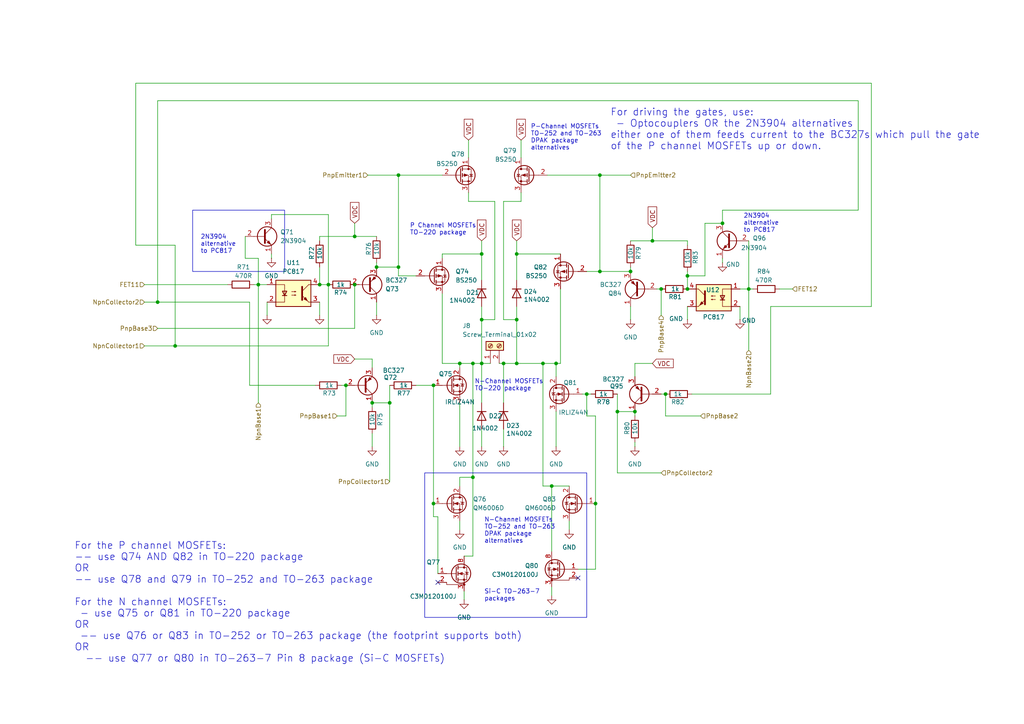
<source format=kicad_sch>
(kicad_sch (version 20250114) (generator "eeschema") (generator_version "9.0")
  (paper "A4")
  (lib_symbols
    (symbol "Connector:Screw_Terminal_01x02" (pin_names (offset 1.016) (hide yes))
      (property "Reference" "J" (at 0 2.54 0))
      (property "Value" "Screw_Terminal_01x02" (at 0 -5.08 0))
      (symbol "Screw_Terminal_01x02_1_1"
        (rectangle (start -1.27 1.27) (end 1.27 -3.81) (stroke (width 0.254)) (fill (type background)))
        (polyline (pts (xy -0.5334 0.3302) (xy 0.3302 -0.508)) (stroke (width 0.1524)))
        (polyline (pts (xy -0.5334 -2.2098) (xy 0.3302 -3.048)) (stroke (width 0.1524)))
        (polyline (pts (xy -0.3556 0.508) (xy 0.508 -0.3302)) (stroke (width 0.1524)))
        (polyline (pts (xy -0.3556 -2.032) (xy 0.508 -2.8702)) (stroke (width 0.1524)))
        (circle (center 0 0) (radius 0.635) (stroke (width 0.1524)))
        (circle (center 0 -2.54) (radius 0.635) (stroke (width 0.1524)))
        (pin passive line (at -5.08 0 0) (length 3.81) (name "Pin_1") (number "1"))
        (pin passive line (at -5.08 -2.54 0) (length 3.81) (name "Pin_2") (number "2"))
      )
    )
    (symbol "Device:R" (pin_numbers (hide yes)) (pin_names (offset 0))
      (property "Reference" "R" (at 2.032 0 90))
      (property "Value" "R" (at 0 0 90))
      (symbol "R_0_1"
        (rectangle (start -1.016 -2.54) (end 1.016 2.54) (stroke (width 0.254)))
      )
      (symbol "R_1_1"
        (pin passive line (at 0 3.81 270) (length 1.27) (name "~") (number "1"))
        (pin passive line (at 0 -3.81 90) (length 1.27) (name "~") (number "2"))
      )
    )
    (symbol "Diode:1N4002" (pin_numbers (hide yes)) (pin_names (hide yes))
      (property "Reference" "D" (at 0 2.54 0))
      (property "Value" "1N4002" (at 0 -2.54 0))
      (symbol "1N4002_0_1"
        (polyline (pts (xy -1.27 1.27) (xy -1.27 -1.27)) (stroke (width 0.254)))
        (polyline (pts (xy 1.27 1.27) (xy 1.27 -1.27) (xy -1.27 0) (xy 1.27 1.27)) (stroke (width 0.254)))
        (polyline (pts (xy 1.27 0) (xy -1.27 0)))
      )
      (symbol "1N4002_1_1"
        (pin passive line (at -3.81 0 0) (length 2.54) (name "K") (number "1"))
        (pin passive line (at 3.81 0 180) (length 2.54) (name "A") (number "2"))
      )
    )
    (symbol "Isolator:PC817" (pin_names (offset 1.016))
      (property "Reference" "U" (at -5.08 5.08 0))
      (property "Value" "PC817" (at 0 5.08 0))
      (symbol "PC817_0_1"
        (rectangle (start -5.08 3.81) (end 5.08 -3.81) (stroke (width 0.254)) (fill (type background)))
        (polyline (pts (xy -5.08 2.54) (xy -2.54 2.54) (xy -2.54 -0.635)))
        (polyline (pts (xy -3.175 -0.635) (xy -1.905 -0.635)) (stroke (width 0.254)))
        (polyline (pts (xy -2.54 -0.635) (xy -2.54 -2.54) (xy -5.08 -2.54)))
        (polyline (pts (xy -2.54 -0.635) (xy -3.175 0.635) (xy -1.905 0.635) (xy -2.54 -0.635)) (stroke (width 0.254)))
        (polyline (pts (xy -0.508 0.508) (xy 0.762 0.508) (xy 0.381 0.381) (xy 0.381 0.635) (xy 0.762 0.508)))
        (polyline (pts (xy -0.508 -0.508) (xy 0.762 -0.508) (xy 0.381 -0.635) (xy 0.381 -0.381) (xy 0.762 -0.508)))
        (polyline (pts (xy 2.54 1.905) (xy 2.54 -1.905) (xy 2.54 -1.905)) (stroke (width 0.508)))
        (polyline (pts (xy 2.54 0.635) (xy 4.445 2.54)))
        (polyline (pts (xy 3.048 -1.651) (xy 3.556 -1.143) (xy 4.064 -2.159) (xy 3.048 -1.651) (xy 3.048 -1.651)) (fill (type outline)))
        (polyline (pts (xy 4.445 2.54) (xy 5.08 2.54)))
        (polyline (pts (xy 4.445 -2.54) (xy 2.54 -0.635)) (fill (type outline)))
        (polyline (pts (xy 4.445 -2.54) (xy 5.08 -2.54)))
      )
      (symbol "PC817_1_1"
        (pin passive line (at -7.62 2.54 0) (length 2.54) (name "~") (number "1"))
        (pin passive line (at -7.62 -2.54 0) (length 2.54) (name "~") (number "2"))
        (pin passive line (at 7.62 2.54 180) (length 2.54) (name "~") (number "4"))
        (pin passive line (at 7.62 -2.54 180) (length 2.54) (name "~") (number "3"))
      )
    )
    (symbol "Transistor_BJT:2N3904" (pin_names (offset 0) (hide yes))
      (property "Reference" "Q" (at 5.08 1.905 0))
      (property "Value" "2N3904" (at 5.08 0 0))
      (symbol "2N3904_0_1"
        (polyline (pts (xy -2.54 0) (xy 0.635 0)))
        (polyline (pts (xy 0.635 1.905) (xy 0.635 -1.905)) (stroke (width 0.508)))
        (circle (center 1.27 0) (radius 2.8194) (stroke (width 0.254)))
      )
      (symbol "2N3904_1_1"
        (polyline (pts (xy 0.635 0.635) (xy 2.54 2.54)))
        (polyline (pts (xy 0.635 -0.635) (xy 2.54 -2.54)))
        (polyline (pts (xy 1.27 -1.778) (xy 1.778 -1.27) (xy 2.286 -2.286) (xy 1.27 -1.778)) (fill (type outline)))
        (pin input line (at -5.08 0 0) (length 2.54) (name "B") (number "2"))
        (pin passive line (at 2.54 5.08 270) (length 2.54) (name "C") (number "3"))
        (pin passive line (at 2.54 -5.08 90) (length 2.54) (name "E") (number "1"))
      )
    )
    (symbol "Transistor_BJT:BC327" (pin_names (offset 0) (hide yes))
      (property "Reference" "Q" (at 5.08 1.905 0))
      (property "Value" "BC327" (at 5.08 0 0))
      (symbol "BC327_0_1"
        (polyline (pts (xy -2.54 0) (xy 0.635 0)))
        (polyline (pts (xy 0.635 1.905) (xy 0.635 -1.905)) (stroke (width 0.508)))
        (polyline (pts (xy 0.635 0.635) (xy 2.54 2.54)))
        (polyline (pts (xy 0.635 -0.635) (xy 2.54 -2.54)))
        (circle (center 1.27 0) (radius 2.8194) (stroke (width 0.254)))
        (polyline (pts (xy 2.286 -1.778) (xy 1.778 -2.286) (xy 1.27 -1.27) (xy 2.286 -1.778)) (fill (type outline)))
      )
      (symbol "BC327_1_1"
        (pin input line (at -5.08 0 0) (length 2.54) (name "B") (number "2"))
        (pin passive line (at 2.54 5.08 270) (length 2.54) (name "C") (number "1"))
        (pin passive line (at 2.54 -5.08 90) (length 2.54) (name "E") (number "3"))
      )
    )
    (symbol "Transistor_FET:BS250" (pin_names (hide yes))
      (property "Reference" "Q" (at 5.08 1.905 0))
      (property "Value" "BS250" (at 5.08 0 0))
      (symbol "BS250_0_1"
        (polyline (pts (xy 0.254 1.905) (xy 0.254 -1.905)) (stroke (width 0.254)))
        (polyline (pts (xy 0.254 0) (xy -2.54 0)))
        (polyline (pts (xy 0.762 2.286) (xy 0.762 1.27)) (stroke (width 0.254)))
        (polyline (pts (xy 0.762 1.778) (xy 3.302 1.778) (xy 3.302 -1.778) (xy 0.762 -1.778)))
        (polyline (pts (xy 0.762 0.508) (xy 0.762 -0.508)) (stroke (width 0.254)))
        (polyline (pts (xy 0.762 -1.27) (xy 0.762 -2.286)) (stroke (width 0.254)))
        (circle (center 1.651 0) (radius 2.794) (stroke (width 0.254)))
        (polyline (pts (xy 2.286 0) (xy 1.27 0.381) (xy 1.27 -0.381) (xy 2.286 0)) (fill (type outline)))
        (polyline (pts (xy 2.54 2.54) (xy 2.54 1.778)))
        (circle (center 2.54 1.778) (radius 0.254) (fill (type outline)))
        (circle (center 2.54 -1.778) (radius 0.254) (fill (type outline)))
        (polyline (pts (xy 2.54 -2.54) (xy 2.54 0) (xy 0.762 0)))
        (polyline (pts (xy 2.794 -0.508) (xy 2.921 -0.381) (xy 3.683 -0.381) (xy 3.81 -0.254)))
        (polyline (pts (xy 3.302 -0.381) (xy 2.921 0.254) (xy 3.683 0.254) (xy 3.302 -0.381)))
      )
      (symbol "BS250_1_1"
        (pin input line (at -5.08 0 0) (length 2.54) (name "G") (number "2"))
        (pin passive line (at 2.54 5.08 270) (length 2.54) (name "D") (number "1"))
        (pin passive line (at 2.54 -5.08 90) (length 2.54) (name "S") (number "3"))
      )
    )
    (symbol "Transistor_FET:C3M0120100J" (pin_names (hide yes))
      (property "Reference" "Q" (at 5.08 1.905 0))
      (property "Value" "C3M0120100J" (at 5.08 0 0))
      (symbol "C3M0120100J_0_1"
        (polyline (pts (xy -2.54 -2.54) (xy -2.54 -3.175) (xy 2.54 -3.175)))
        (polyline (pts (xy 0.254 1.905) (xy 0.254 -1.905)) (stroke (width 0.254)))
        (polyline (pts (xy 0.254 0) (xy -2.54 0)))
        (polyline (pts (xy 0.762 2.286) (xy 0.762 1.27)) (stroke (width 0.254)))
        (polyline (pts (xy 0.762 0.508) (xy 0.762 -0.508)) (stroke (width 0.254)))
        (polyline (pts (xy 0.762 -1.27) (xy 0.762 -2.286)) (stroke (width 0.254)))
        (polyline (pts (xy 0.762 -1.778) (xy 3.302 -1.778) (xy 3.302 1.778) (xy 0.762 1.778)))
        (polyline (pts (xy 1.016 0) (xy 2.032 0.381) (xy 2.032 -0.381) (xy 1.016 0)) (fill (type outline)))
        (circle (center 1.651 0) (radius 2.794) (stroke (width 0.254)))
        (polyline (pts (xy 2.54 2.54) (xy 2.54 1.778)))
        (circle (center 2.54 1.778) (radius 0.254) (fill (type outline)))
        (circle (center 2.54 -1.778) (radius 0.254) (fill (type outline)))
        (polyline (pts (xy 2.54 -2.54) (xy 2.54 0) (xy 0.762 0)))
        (circle (center 2.54 -3.175) (radius 0.2794) (fill (type outline)))
        (polyline (pts (xy 2.794 0.508) (xy 2.921 0.381) (xy 3.683 0.381) (xy 3.81 0.254)))
        (polyline (pts (xy 3.302 0.381) (xy 2.921 -0.254) (xy 3.683 -0.254) (xy 3.302 0.381)))
      )
      (symbol "C3M0120100J_1_1"
        (pin input line (at -5.08 0 0) (length 2.54) (name "G") (number "1"))
        (pin passive line (at -5.08 -2.54 0) (length 2.54) (name "DS") (number "2"))
        (pin passive line (at 2.54 5.08 270) (length 2.54) (name "D") (number "8"))
        (pin passive line (at 2.54 -5.08 90) (length 2.54) (name "S") (number "3"))
        (pin passive line (at 2.54 -5.08 90) (length 2.54) (hide yes) (name "S") (number "4"))
        (pin passive line (at 2.54 -5.08 90) (length 2.54) (hide yes) (name "S") (number "5"))
        (pin passive line (at 2.54 -5.08 90) (length 2.54) (hide yes) (name "S") (number "6"))
        (pin passive line (at 2.54 -5.08 90) (length 2.54) (hide yes) (name "S") (number "7"))
      )
    )
    (symbol "Transistor_FET:IRLIZ44N" (pin_names (hide yes))
      (property "Reference" "Q" (at 5.08 1.905 0))
      (property "Value" "IRLIZ44N" (at 5.08 0 0))
      (symbol "IRLIZ44N_0_1"
        (polyline (pts (xy 0.254 1.905) (xy 0.254 -1.905)) (stroke (width 0.254)))
        (polyline (pts (xy 0.254 0) (xy -2.54 0)))
        (polyline (pts (xy 0.762 2.286) (xy 0.762 1.27)) (stroke (width 0.254)))
        (polyline (pts (xy 0.762 0.508) (xy 0.762 -0.508)) (stroke (width 0.254)))
        (polyline (pts (xy 0.762 -1.27) (xy 0.762 -2.286)) (stroke (width 0.254)))
        (polyline (pts (xy 0.762 -1.778) (xy 3.302 -1.778) (xy 3.302 1.778) (xy 0.762 1.778)))
        (polyline (pts (xy 1.016 0) (xy 2.032 0.381) (xy 2.032 -0.381) (xy 1.016 0)) (fill (type outline)))
        (circle (center 1.651 0) (radius 2.794) (stroke (width 0.254)))
        (polyline (pts (xy 2.54 2.54) (xy 2.54 1.778)))
        (circle (center 2.54 1.778) (radius 0.254) (fill (type outline)))
        (circle (center 2.54 -1.778) (radius 0.254) (fill (type outline)))
        (polyline (pts (xy 2.54 -2.54) (xy 2.54 0) (xy 0.762 0)))
        (polyline (pts (xy 2.794 0.508) (xy 2.921 0.381) (xy 3.683 0.381) (xy 3.81 0.254)))
        (polyline (pts (xy 3.302 0.381) (xy 2.921 -0.254) (xy 3.683 -0.254) (xy 3.302 0.381)))
      )
      (symbol "IRLIZ44N_1_1"
        (pin input line (at -5.08 0 0) (length 2.54) (name "G") (number "1"))
        (pin passive line (at 2.54 5.08 270) (length 2.54) (name "D") (number "2"))
        (pin passive line (at 2.54 -5.08 90) (length 2.54) (name "S") (number "3"))
      )
    )
    (symbol "Transistor_FET:QM6006D" (pin_names (hide yes))
      (property "Reference" "Q" (at 5.08 1.905 0))
      (property "Value" "QM6006D" (at 5.08 0 0))
      (symbol "QM6006D_0_1"
        (polyline (pts (xy 0.254 1.905) (xy 0.254 -1.905)) (stroke (width 0.254)))
        (polyline (pts (xy 0.254 0) (xy -2.54 0)))
        (polyline (pts (xy 0.762 2.286) (xy 0.762 1.27)) (stroke (width 0.254)))
        (polyline (pts (xy 0.762 0.508) (xy 0.762 -0.508)) (stroke (width 0.254)))
        (polyline (pts (xy 0.762 -1.27) (xy 0.762 -2.286)) (stroke (width 0.254)))
        (polyline (pts (xy 0.762 -1.778) (xy 3.302 -1.778) (xy 3.302 1.778) (xy 0.762 1.778)))
        (polyline (pts (xy 1.016 0) (xy 2.032 0.381) (xy 2.032 -0.381) (xy 1.016 0)) (fill (type outline)))
        (circle (center 1.651 0) (radius 2.794) (stroke (width 0.254)))
        (polyline (pts (xy 2.54 2.54) (xy 2.54 1.778)))
        (circle (center 2.54 1.778) (radius 0.254) (fill (type outline)))
        (circle (center 2.54 -1.778) (radius 0.254) (fill (type outline)))
        (polyline (pts (xy 2.54 -2.54) (xy 2.54 0) (xy 0.762 0)))
        (polyline (pts (xy 2.794 0.508) (xy 2.921 0.381) (xy 3.683 0.381) (xy 3.81 0.254)))
        (polyline (pts (xy 3.302 0.381) (xy 2.921 -0.254) (xy 3.683 -0.254) (xy 3.302 0.381)))
      )
      (symbol "QM6006D_1_1"
        (pin input line (at -5.08 0 0) (length 2.54) (name "G") (number "1"))
        (pin passive line (at 2.54 5.08 270) (length 2.54) (name "D") (number "2"))
        (pin passive line (at 2.54 -5.08 90) (length 2.54) (name "S") (number "3"))
      )
    )
    (symbol "power:GND" (power) (pin_numbers (hide yes)) (pin_names (offset 0) (hide yes))
      (property "Value" "GND" (at 0 -3.81 0))
      (symbol "GND_0_1"
        (polyline (pts (xy 0 0) (xy 0 -1.27) (xy 1.27 -1.27) (xy 0 -2.54) (xy -1.27 -1.27) (xy 0 -1.27)))
      )
      (symbol "GND_1_1"
        (pin power_in line (at 0 0 270) (length 0) (name "~") (number "1"))
      )
    )
  )
  (rectangle (start 123.19 137.16) (end 170.18 179.07))
  (rectangle (start 55.88 60.96) (end 82.55 78.74))
  (text "N-Channel MOSFETs\nTO-220 package" (at 137.668 111.76 0) (effects (font (size 1.27 1.27)) (justify left)))
  (text "For the P channel MOSFETs:\n-- use Q74 AND Q82 in TO-220 package\nOR\n-- use Q78 and Q79 in TO-252 and TO-263 package\n\nFor the N channel MOSFETs:\n - use Q75 or Q81 in TO-220 package\nOR\n -- use Q76 or Q83 in TO-252 or TO-263 package (the footprint supports both)\nOR\n  -- use Q77 or Q80 in TO-263-7 Pin 8 package (Si-C MOSFETs)\n" (at 21.59 174.752 0) (effects (font (size 2.032 2.032)) (justify left)))
  (text "Si-C TO-263-7\npackages" (at 140.462 172.72 0) (effects (font (size 1.27 1.27)) (justify left)))
  (text "P Channel MOSFETs\nTO-220 package" (at 118.872 66.548 0) (effects (font (size 1.27 1.27)) (justify left)))
  (text "P-Channel MOSFETs\nTO-252 and TO-263\nDPAK package \nalternatives" (at 153.924 39.878 0) (effects (font (size 1.27 1.27)) (justify left)))
  (text "For driving the gates, use: \n - Optocouplers OR the 2N3904 alternatives\neither one of them feeds current to the BC327s which pull the gate\nof the P channel MOSFETs up or down." (at 177.038 37.592 0) (effects (font (size 2.032 2.032)) (justify left)))
  (text "2N3904 \nalternative\nto PC817" (at 215.646 64.77 0) (effects (font (size 1.27 1.27)) (justify left)))
  (text "2N3904 \nalternative\nto PC817" (at 58.166 70.866 0) (effects (font (size 1.27 1.27)) (justify left)))
  (text "N-Channel MOSFETs\nTO-252 and TO-263\nDPAK package \nalternatives" (at 140.462 153.924 0) (effects (font (size 1.27 1.27)) (justify left)))
  (junction (at 137.16 138.43))
  (junction (at 149.86 92.71))
  (junction (at 50.8 100.33))
  (junction (at 139.7 105.41))
  (junction (at 170.18 114.3))
  (junction (at 102.87 68.58))
  (junction (at 102.87 82.55))
  (junction (at 193.04 114.3))
  (junction (at 173.99 50.8))
  (junction (at 133.35 105.41))
  (junction (at 184.15 119.38))
  (junction (at 125.73 146.05))
  (junction (at 113.03 116.84))
  (junction (at 189.23 69.85))
  (junction (at 217.17 83.82))
  (junction (at 139.7 92.71))
  (junction (at 139.7 73.66))
  (junction (at 199.39 80.01))
  (junction (at 137.16 105.41))
  (junction (at 95.25 82.55))
  (junction (at 115.57 77.47))
  (junction (at 179.07 119.38))
  (junction (at 149.86 73.66))
  (junction (at 109.22 77.47))
  (junction (at 160.02 140.97))
  (junction (at 191.77 83.82))
  (junction (at 125.73 111.76))
  (junction (at 173.99 78.74))
  (junction (at 107.95 116.84))
  (junction (at 92.71 82.55))
  (junction (at 74.93 82.55))
  (junction (at 209.55 64.77))
  (junction (at 161.29 105.41))
  (junction (at 115.57 50.8))
  (junction (at 182.88 78.74))
  (junction (at 146.05 105.41))
  (junction (at 157.48 105.41))
  (junction (at 149.86 105.41))
  (junction (at 199.39 83.82))
  (junction (at 172.72 146.05))
  (junction (at 45.72 87.63))
  (junction (at 100.33 111.76))
  (no_connect (at 167.64 167.64))
  (no_connect (at 127 168.91))
  (wire (pts (xy 146.05 124.46) (xy 146.05 129.54)))
  (wire (pts (xy 102.87 104.14) (xy 107.95 104.14)))
  (wire (pts (xy 161.29 119.38) (xy 161.29 129.54)))
  (wire (pts (xy 97.79 120.65) (xy 100.33 120.65)))
  (wire (pts (xy 109.22 76.2) (xy 109.22 77.47)))
  (wire (pts (xy 142.24 105.41) (xy 139.7 105.41)))
  (wire (pts (xy 115.57 50.8) (xy 128.27 50.8)))
  (wire (pts (xy 151.13 40.64) (xy 151.13 45.72)))
  (wire (pts (xy 134.62 171.45) (xy 134.62 173.99)))
  (wire (pts (xy 226.06 83.82) (xy 229.87 83.82)))
  (wire (pts (xy 161.29 109.22) (xy 161.29 105.41)))
  (wire (pts (xy 50.8 100.33) (xy 95.25 100.33)))
  (wire (pts (xy 218.44 83.82) (xy 217.17 83.82)))
  (wire (pts (xy 193.04 120.65) (xy 193.04 114.3)))
  (wire (pts (xy 106.68 50.8) (xy 115.57 50.8)))
  (wire (pts (xy 149.86 73.66) (xy 149.86 81.28)))
  (wire (pts (xy 170.18 120.65) (xy 170.18 114.3)))
  (wire (pts (xy 157.48 140.97) (xy 160.02 140.97)))
  (wire (pts (xy 223.52 88.9) (xy 252.73 88.9)))
  (wire (pts (xy 160.02 160.02) (xy 160.02 140.97)))
  (wire (pts (xy 172.72 165.1) (xy 172.72 146.05)))
  (wire (pts (xy 128.27 105.41) (xy 133.35 105.41)))
  (wire (pts (xy 139.7 105.41) (xy 137.16 105.41)))
  (wire (pts (xy 45.72 29.21) (xy 45.72 87.63)))
  (wire (pts (xy 78.74 62.23) (xy 78.74 63.5)))
  (wire (pts (xy 209.55 60.96) (xy 248.92 60.96)))
  (wire (pts (xy 146.05 58.42) (xy 146.05 92.71)))
  (wire (pts (xy 139.7 69.85) (xy 139.7 73.66)))
  (wire (pts (xy 137.16 138.43) (xy 137.16 105.41)))
  (wire (pts (xy 92.71 68.58) (xy 102.87 68.58)))
  (wire (pts (xy 92.71 77.47) (xy 92.71 82.55)))
  (wire (pts (xy 165.1 151.13) (xy 165.1 153.67)))
  (wire (pts (xy 128.27 73.66) (xy 139.7 73.66)))
  (wire (pts (xy 151.13 58.42) (xy 146.05 58.42)))
  (wire (pts (xy 72.39 87.63) (xy 45.72 87.63)))
  (wire (pts (xy 223.52 114.3) (xy 200.66 114.3)))
  (wire (pts (xy 173.99 50.8) (xy 173.99 78.74)))
  (wire (pts (xy 199.39 71.12) (xy 199.39 69.85)))
  (wire (pts (xy 95.25 100.33) (xy 95.25 82.55)))
  (wire (pts (xy 139.7 73.66) (xy 139.7 81.28)))
  (wire (pts (xy 149.86 69.85) (xy 149.86 73.66)))
  (wire (pts (xy 128.27 73.66) (xy 128.27 74.93)))
  (wire (pts (xy 223.52 88.9) (xy 223.52 114.3)))
  (wire (pts (xy 182.88 88.9) (xy 182.88 92.71)))
  (wire (pts (xy 146.05 92.71) (xy 149.86 92.71)))
  (wire (pts (xy 173.99 50.8) (xy 182.88 50.8)))
  (wire (pts (xy 162.56 83.82) (xy 162.56 105.41)))
  (wire (pts (xy 149.86 92.71) (xy 149.86 105.41)))
  (wire (pts (xy 151.13 58.42) (xy 151.13 55.88)))
  (wire (pts (xy 39.37 24.13) (xy 39.37 71.12)))
  (wire (pts (xy 158.75 50.8) (xy 173.99 50.8)))
  (wire (pts (xy 102.87 64.77) (xy 102.87 68.58)))
  (wire (pts (xy 72.39 87.63) (xy 72.39 111.76)))
  (wire (pts (xy 115.57 80.01) (xy 115.57 77.47)))
  (wire (pts (xy 182.88 77.47) (xy 182.88 78.74)))
  (wire (pts (xy 113.03 116.84) (xy 113.03 139.7)))
  (wire (pts (xy 100.33 111.76) (xy 99.06 111.76)))
  (wire (pts (xy 191.77 91.44) (xy 191.77 83.82)))
  (wire (pts (xy 146.05 105.41) (xy 144.78 105.41)))
  (wire (pts (xy 92.71 87.63) (xy 92.71 91.44)))
  (wire (pts (xy 168.91 114.3) (xy 170.18 114.3)))
  (wire (pts (xy 149.86 88.9) (xy 149.86 92.71)))
  (wire (pts (xy 109.22 87.63) (xy 109.22 91.44)))
  (wire (pts (xy 199.39 88.9) (xy 199.39 92.71)))
  (wire (pts (xy 107.95 116.84) (xy 107.95 118.11)))
  (wire (pts (xy 189.23 105.41) (xy 184.15 105.41)))
  (wire (pts (xy 252.73 88.9) (xy 252.73 24.13)))
  (wire (pts (xy 137.16 138.43) (xy 137.16 161.29)))
  (wire (pts (xy 252.73 24.13) (xy 39.37 24.13)))
  (wire (pts (xy 135.89 40.64) (xy 135.89 45.72)))
  (wire (pts (xy 133.35 105.41) (xy 133.35 106.68)))
  (wire (pts (xy 162.56 105.41) (xy 161.29 105.41)))
  (wire (pts (xy 125.73 149.86) (xy 125.73 146.05)))
  (wire (pts (xy 107.95 104.14) (xy 107.95 106.68)))
  (wire (pts (xy 204.47 64.77) (xy 209.55 64.77)))
  (wire (pts (xy 139.7 92.71) (xy 139.7 105.41)))
  (wire (pts (xy 120.65 111.76) (xy 125.73 111.76)))
  (wire (pts (xy 133.35 140.97) (xy 133.35 138.43)))
  (wire (pts (xy 134.62 161.29) (xy 137.16 161.29)))
  (wire (pts (xy 191.77 83.82) (xy 190.5 83.82)))
  (wire (pts (xy 115.57 77.47) (xy 109.22 77.47)))
  (wire (pts (xy 139.7 88.9) (xy 139.7 92.71)))
  (wire (pts (xy 71.12 74.93) (xy 74.93 74.93)))
  (wire (pts (xy 73.66 82.55) (xy 74.93 82.55)))
  (wire (pts (xy 133.35 151.13) (xy 133.35 153.67)))
  (wire (pts (xy 139.7 124.46) (xy 139.7 129.54)))
  (wire (pts (xy 127 149.86) (xy 125.73 149.86)))
  (wire (pts (xy 127 166.37) (xy 127 149.86)))
  (wire (pts (xy 184.15 105.41) (xy 184.15 109.22)))
  (wire (pts (xy 74.93 74.93) (xy 74.93 82.55)))
  (wire (pts (xy 128.27 85.09) (xy 128.27 105.41)))
  (wire (pts (xy 135.89 58.42) (xy 143.51 58.42)))
  (wire (pts (xy 143.51 58.42) (xy 143.51 92.71)))
  (wire (pts (xy 41.91 100.33) (xy 50.8 100.33)))
  (wire (pts (xy 248.92 60.96) (xy 248.92 29.21)))
  (wire (pts (xy 209.55 76.2) (xy 209.55 74.93)))
  (wire (pts (xy 173.99 78.74) (xy 182.88 78.74)))
  (wire (pts (xy 199.39 80.01) (xy 199.39 83.82)))
  (wire (pts (xy 95.25 82.55) (xy 92.71 82.55)))
  (wire (pts (xy 100.33 120.65) (xy 100.33 111.76)))
  (wire (pts (xy 191.77 137.16) (xy 179.07 137.16)))
  (wire (pts (xy 115.57 80.01) (xy 120.65 80.01)))
  (wire (pts (xy 39.37 71.12) (xy 50.8 71.12)))
  (wire (pts (xy 107.95 125.73) (xy 107.95 129.54)))
  (wire (pts (xy 113.03 111.76) (xy 113.03 116.84)))
  (wire (pts (xy 115.57 50.8) (xy 115.57 77.47)))
  (wire (pts (xy 74.93 82.55) (xy 74.93 116.84)))
  (wire (pts (xy 217.17 101.6) (xy 217.17 83.82)))
  (wire (pts (xy 203.2 120.65) (xy 193.04 120.65)))
  (wire (pts (xy 143.51 92.71) (xy 139.7 92.71)))
  (wire (pts (xy 167.64 165.1) (xy 172.72 165.1)))
  (wire (pts (xy 209.55 60.96) (xy 209.55 64.77)))
  (wire (pts (xy 172.72 120.65) (xy 170.18 120.65)))
  (wire (pts (xy 172.72 146.05) (xy 172.72 120.65)))
  (wire (pts (xy 199.39 69.85) (xy 189.23 69.85)))
  (wire (pts (xy 157.48 105.41) (xy 157.48 140.97)))
  (wire (pts (xy 50.8 71.12) (xy 50.8 100.33)))
  (wire (pts (xy 170.18 114.3) (xy 171.45 114.3)))
  (wire (pts (xy 78.74 62.23) (xy 95.25 62.23)))
  (wire (pts (xy 74.93 82.55) (xy 77.47 82.55)))
  (wire (pts (xy 160.02 140.97) (xy 165.1 140.97)))
  (wire (pts (xy 72.39 111.76) (xy 91.44 111.76)))
  (wire (pts (xy 184.15 119.38) (xy 184.15 120.65)))
  (wire (pts (xy 137.16 105.41) (xy 133.35 105.41)))
  (wire (pts (xy 102.87 68.58) (xy 109.22 68.58)))
  (wire (pts (xy 179.07 114.3) (xy 179.07 119.38)))
  (wire (pts (xy 214.63 83.82) (xy 217.17 83.82)))
  (wire (pts (xy 199.39 78.74) (xy 199.39 80.01)))
  (wire (pts (xy 217.17 69.85) (xy 217.17 83.82)))
  (wire (pts (xy 149.86 73.66) (xy 162.56 73.66)))
  (wire (pts (xy 160.02 170.18) (xy 160.02 172.72)))
  (wire (pts (xy 157.48 105.41) (xy 149.86 105.41)))
  (wire (pts (xy 102.87 95.25) (xy 102.87 82.55)))
  (wire (pts (xy 135.89 55.88) (xy 135.89 58.42)))
  (wire (pts (xy 95.25 62.23) (xy 95.25 82.55)))
  (wire (pts (xy 170.18 78.74) (xy 173.99 78.74)))
  (wire (pts (xy 199.39 80.01) (xy 204.47 80.01)))
  (wire (pts (xy 189.23 66.04) (xy 189.23 69.85)))
  (wire (pts (xy 189.23 69.85) (xy 182.88 69.85)))
  (wire (pts (xy 184.15 128.27) (xy 184.15 129.54)))
  (wire (pts (xy 78.74 73.66) (xy 78.74 74.93)))
  (wire (pts (xy 45.72 95.25) (xy 102.87 95.25)))
  (wire (pts (xy 179.07 119.38) (xy 184.15 119.38)))
  (wire (pts (xy 146.05 105.41) (xy 149.86 105.41)))
  (wire (pts (xy 41.91 82.55) (xy 66.04 82.55)))
  (wire (pts (xy 139.7 105.41) (xy 139.7 116.84)))
  (wire (pts (xy 92.71 69.85) (xy 92.71 68.58)))
  (wire (pts (xy 107.95 116.84) (xy 113.03 116.84)))
  (wire (pts (xy 146.05 105.41) (xy 146.05 116.84)))
  (wire (pts (xy 125.73 111.76) (xy 125.73 146.05)))
  (wire (pts (xy 71.12 68.58) (xy 71.12 74.93)))
  (wire (pts (xy 161.29 105.41) (xy 157.48 105.41)))
  (wire (pts (xy 179.07 137.16) (xy 179.07 119.38)))
  (wire (pts (xy 133.35 138.43) (xy 137.16 138.43)))
  (wire (pts (xy 133.35 116.84) (xy 133.35 129.54)))
  (wire (pts (xy 248.92 29.21) (xy 45.72 29.21)))
  (wire (pts (xy 77.47 87.63) (xy 77.47 91.44)))
  (wire (pts (xy 102.87 82.55) (xy 101.6 82.55)))
  (wire (pts (xy 214.63 88.9) (xy 214.63 92.71)))
  (wire (pts (xy 45.72 87.63) (xy 41.91 87.63)))
  (wire (pts (xy 204.47 80.01) (xy 204.47 64.77)))
  (wire (pts (xy 191.77 114.3) (xy 193.04 114.3)))
  (global_label "VDC" (shape input) (at 102.87 64.77 90) (property "Intersheetrefs" "${INTERSHEET_REFS}" (effects (hide yes))))
  (global_label "VDC" (shape input) (at 149.86 69.85 90) (property "Intersheetrefs" "${INTERSHEET_REFS}" (effects (hide yes))))
  (global_label "VDC" (shape input) (at 135.89 40.64 90) (property "Intersheetrefs" "${INTERSHEET_REFS}" (effects (hide yes))))
  (global_label "VDC" (shape input) (at 139.7 69.85 90) (property "Intersheetrefs" "${INTERSHEET_REFS}" (effects (hide yes))))
  (global_label "VDC" (shape input) (at 189.23 105.41 0) (property "Intersheetrefs" "${INTERSHEET_REFS}" (effects (hide yes))))
  (global_label "VDC" (shape input) (at 151.13 40.64 90) (property "Intersheetrefs" "${INTERSHEET_REFS}" (effects (hide yes))))
  (global_label "VDC" (shape input) (at 189.23 66.04 90) (property "Intersheetrefs" "${INTERSHEET_REFS}" (effects (hide yes))))
  (global_label "VDC" (shape input) (at 102.87 104.14 180) (property "Intersheetrefs" "${INTERSHEET_REFS}" (effects (hide yes))))
  (hierarchical_label "NpnCollector2" (shape input) (at 41.91 87.63 180))
  (hierarchical_label "PnpCollector2" (shape input) (at 191.77 137.16 0))
  (hierarchical_label "PnpBase1" (shape input) (at 97.79 120.65 180))
  (hierarchical_label "NpnCollector1" (shape input) (at 41.91 100.33 180))
  (hierarchical_label "NpnBase1" (shape input) (at 74.93 116.84 270))
  (hierarchical_label "FET11" (shape input) (at 41.91 82.55 180) (property "Netclass" "Default" (effects (hide yes))))
  (hierarchical_label "PnpBase2" (shape input) (at 203.2 120.65 0))
  (hierarchical_label "PnpEmitter1" (shape input) (at 106.68 50.8 180))
  (hierarchical_label "PnpEmitter2" (shape input) (at 182.88 50.8 0))
  (hierarchical_label "NpnBase2" (shape input) (at 217.17 101.6 270))
  (hierarchical_label "FET12" (shape input) (at 229.87 83.82 0))
  (hierarchical_label "PnpBase4" (shape input) (at 191.77 91.44 270))
  (hierarchical_label "PnpCollector1" (shape input) (at 113.03 139.7 180))
  (hierarchical_label "PnpBase3" (shape input) (at 45.72 95.25 180))
  (symbol (lib_id "Device:R") (at 69.85 82.55 90) (unit 1)
    (property "Reference" "R71" (at 70.612 77.47 90))
    (property "Value" "470R" (at 70.612 80.01 90))
    (property "Footprint" "Footprints:R_Axial_Clean" (effects (hide yes)))
    (property "Description" "Resistor" (effects (hide yes)))
  )
  (symbol (lib_id "power:GND") (at 133.35 153.67 0) (unit 1)
    (property "Reference" "#PWR090" (effects (hide yes)))
    (property "Value" "GND" (at 133.35 158.75 0))
    (property "Description" "Power symbol creates a global label with name \"GND\" , ground" (effects (hide yes)))
  )
  (symbol (lib_id "power:GND") (at 160.02 172.72 0) (unit 1)
    (property "Reference" "#PWR094" (effects (hide yes)))
    (property "Value" "GND" (at 160.02 177.8 0))
    (property "Description" "Power symbol creates a global label with name \"GND\" , ground" (effects (hide yes)))
  )
  (symbol (lib_id "Transistor_FET:BS250") (at 165.1 78.74 0) (mirror y) (unit 1)
    (property "Reference" "Q82" (at 158.75 77.4699 0) (effects (justify left)))
    (property "Value" "BS250" (at 158.75 80.0099 0) (effects (justify left)))
    (property "Footprint" "Footprints:TO-220-3_EXTENDED" (effects (hide yes)))
    (property "Datasheet" "http://www.vishay.com/docs/70209/70209.pdf" (effects (hide yes)))
    (property "Description" "-0.18A Id, -45V Vds, P-Channel MOSFET, TO-92" (effects (hide yes)))
  )
  (symbol (lib_id "Isolator:PC817") (at 85.09 85.09 0) (unit 1)
    (property "Reference" "U11" (at 85.09 76.2 0))
    (property "Value" "PC817" (at 85.09 78.74 0))
    (property "Footprint" "Footprints:DIP-4_W7.62mm" (effects (hide yes)))
    (property "Datasheet" "http://www.soselectronic.cz/a_info/resource/d/pc817.pdf" (effects (hide yes)))
    (property "Description" "DC Optocoupler, Vce 35V, CTR 50-300%, DIP-4" (effects (hide yes)))
  )
  (symbol (lib_id "Transistor_FET:BS250") (at 133.35 50.8 0) (unit 1)
    (property "Reference" "Q78" (at 130.81 44.704 0) (effects (justify left)))
    (property "Value" "BS250" (at 126.492 47.498 0) (effects (justify left)))
    (property "Footprint" "Footprints:TO-263-2_Extended" (effects (hide yes)))
    (property "Datasheet" "http://www.vishay.com/docs/70209/70209.pdf" (effects (hide yes)))
    (property "Description" "-0.18A Id, -45V Vds, P-Channel MOSFET, TO-92" (effects (hide yes)))
  )
  (symbol (lib_id "Transistor_FET:BS250") (at 125.73 80.01 0) (unit 1)
    (property "Reference" "Q74" (at 132.08 78.7399 0) (effects (justify left)))
    (property "Value" "BS250" (at 132.08 81.2799 0) (effects (justify left)))
    (property "Footprint" "Footprints:TO-220-3_EXTENDED" (effects (hide yes)))
    (property "Datasheet" "http://www.vishay.com/docs/70209/70209.pdf" (effects (hide yes)))
    (property "Description" "-0.18A Id, -45V Vds, P-Channel MOSFET, TO-92" (effects (hide yes)))
  )
  (symbol (lib_id "Device:R") (at 116.84 111.76 90) (mirror x) (unit 1)
    (property "Reference" "R77" (at 117.094 114.046 90))
    (property "Value" "1k" (at 117.094 111.76 90))
    (property "Footprint" "Footprints:R_Axial_Clean" (effects (hide yes)))
    (property "Description" "Resistor" (effects (hide yes)))
  )
  (symbol (lib_id "power:GND") (at 184.15 129.54 0) (unit 1)
    (property "Reference" "#PWR098" (effects (hide yes)))
    (property "Value" "GND" (at 184.15 134.62 0))
    (property "Description" "Power symbol creates a global label with name \"GND\" , ground" (effects (hide yes)))
  )
  (symbol (lib_id "Diode:1N4002") (at 146.05 120.65 270) (unit 1)
    (property "Reference" "D23" (at 146.812 123.444 90) (effects (justify left)))
    (property "Value" "1N4002" (at 146.812 125.73 90) (effects (justify left)))
    (property "Footprint" "Footprints:D_DO-41_SOD81_P10.16mm_Horizontal" (effects (hide yes)))
    (property "Datasheet" "http://www.vishay.com/docs/88503/1n4001.pdf" (effects (hide yes)))
    (property "Description" "100V 1A General Purpose Rectifier Diode, DO-41" (effects (hide yes)))
    (property "Sim.Device" "D" (effects (hide yes)))
    (property "Sim.Pins" "1=K 2=A" (effects (hide yes)))
  )
  (symbol (lib_id "Transistor_BJT:BC327") (at 185.42 83.82 180) (unit 1)
    (property "Reference" "Q84" (at 180.34 85.0901 0) (effects (justify left)))
    (property "Value" "BC327" (at 180.34 82.5501 0) (effects (justify left)))
    (property "Footprint" "Footprints:TO-92_Expanded" (effects (hide yes)))
    (property "Datasheet" "http://www.onsemi.com/pub_link/Collateral/BC327-D.PDF" (effects (hide yes)))
    (property "Description" "0.8A Ic, 45V Vce, PNP Transistor, TO-92" (effects (hide yes)))
  )
  (symbol (lib_id "Device:R") (at 184.15 124.46 180) (unit 1)
    (property "Reference" "R80" (at 181.864 124.206 90))
    (property "Value" "10k" (at 184.15 124.206 90))
    (property "Footprint" "Footprints:R_Axial_Clean" (effects (hide yes)))
    (property "Description" "Resistor" (effects (hide yes)))
  )
  (symbol (lib_id "Device:R") (at 92.71 73.66 180) (unit 1)
    (property "Reference" "R72" (at 90.424 73.406 90))
    (property "Value" "10k" (at 92.71 73.406 90))
    (property "Footprint" "Footprints:R_Axial_Clean" (effects (hide yes)))
    (property "Description" "Resistor" (effects (hide yes)))
  )
  (symbol (lib_id "power:GND") (at 165.1 153.67 0) (unit 1)
    (property "Reference" "#PWR096" (effects (hide yes)))
    (property "Value" "GND" (at 165.1 158.75 0))
    (property "Description" "Power symbol creates a global label with name \"GND\" , ground" (effects (hide yes)))
  )
  (symbol (lib_id "Device:R") (at 199.39 74.93 0) (mirror x) (unit 1)
    (property "Reference" "R83" (at 201.676 74.676 90))
    (property "Value" "10k" (at 199.39 74.676 90))
    (property "Footprint" "Footprints:R_Axial_Clean" (effects (hide yes)))
    (property "Description" "Resistor" (effects (hide yes)))
  )
  (symbol (lib_id "Device:R") (at 175.26 114.3 270) (unit 1)
    (property "Reference" "R78" (at 175.006 116.586 90))
    (property "Value" "1k" (at 175.006 114.3 90))
    (property "Footprint" "Footprints:R_Axial_Clean" (effects (hide yes)))
    (property "Description" "Resistor" (effects (hide yes)))
  )
  (symbol (lib_id "power:GND") (at 146.05 129.54 0) (unit 1)
    (property "Reference" "#PWR093" (effects (hide yes)))
    (property "Value" "GND" (at 146.05 134.62 0))
    (property "Description" "Power symbol creates a global label with name \"GND\" , ground" (effects (hide yes)))
  )
  (symbol (lib_id "Device:R") (at 182.88 73.66 0) (mirror x) (unit 1)
    (property "Reference" "R79" (at 185.166 73.406 90))
    (property "Value" "10k" (at 182.88 73.406 90))
    (property "Footprint" "Footprints:R_Axial_Clean" (effects (hide yes)))
    (property "Description" "Resistor" (effects (hide yes)))
  )
  (symbol (lib_id "Transistor_FET:C3M0120100J") (at 132.08 166.37 0) (unit 1)
    (property "Reference" "Q77" (at 123.698 163.068 0) (effects (justify left)))
    (property "Value" "C3M0120100J" (at 118.872 172.974 0) (effects (justify left)))
    (property "Footprint" "Footprints:TO-263-7_TabPin8" (effects (hide yes)))
    (property "Datasheet" "https://www.wolfspeed.com/media/downloads/957/C3M0120100J.pdf" (effects (hide yes)))
    (property "Description" "22A Id, 1000V Vds, 120mOhm, N-Channel SiC MOSFET, TO-263-7" (effects (hide yes)))
  )
  (symbol (lib_id "Transistor_FET:QM6006D") (at 130.81 146.05 0) (unit 1)
    (property "Reference" "Q76" (at 137.16 144.7799 0) (effects (justify left)))
    (property "Value" "QM6006D" (at 137.16 147.3199 0) (effects (justify left)))
    (property "Footprint" "Footprints:TO-263-2_Extended" (effects (hide yes)))
    (property "Datasheet" "http://www.jaolen.com/images/pdf/QM6006D.pdf" (effects (hide yes)))
    (property "Description" "35A Id, 60V Vds, N-Channel Power MOSFET, 18mOhm Ron, 19.3nC Qg (typ), TO252" (effects (hide yes)))
  )
  (symbol (lib_id "power:GND") (at 182.88 92.71 0) (mirror y) (unit 1)
    (property "Reference" "#PWR097" (effects (hide yes)))
    (property "Value" "GND" (at 182.88 97.79 0))
    (property "Description" "Power symbol creates a global label with name \"GND\" , ground" (effects (hide yes)))
  )
  (symbol (lib_id "power:GND") (at 107.95 129.54 0) (mirror y) (unit 1)
    (property "Reference" "#PWR087" (effects (hide yes)))
    (property "Value" "GND" (at 107.95 134.62 0))
    (property "Description" "Power symbol creates a global label with name \"GND\" , ground" (effects (hide yes)))
  )
  (symbol (lib_id "Transistor_BJT:2N3904") (at 76.2 68.58 0) (unit 1)
    (property "Reference" "Q71" (at 81.28 67.3099 0) (effects (justify left)))
    (property "Value" "2N3904" (at 81.28 69.8499 0) (effects (justify left)))
    (property "Footprint" "Footprints:TO-92_Expanded" (effects (hide yes)))
    (property "Datasheet" "https://www.onsemi.com/pub/Collateral/2N3903-D.PDF" (effects (hide yes)))
    (property "Description" "0.2A Ic, 40V Vce, Small Signal NPN Transistor, TO-92" (effects (hide yes)))
  )
  (symbol (lib_id "power:GND") (at 139.7 129.54 0) (unit 1)
    (property "Reference" "#PWR092" (effects (hide yes)))
    (property "Value" "GND" (at 139.7 134.62 0))
    (property "Description" "Power symbol creates a global label with name \"GND\" , ground" (effects (hide yes)))
  )
  (symbol (lib_id "Transistor_FET:BS250") (at 153.67 50.8 0) (mirror y) (unit 1)
    (property "Reference" "Q79" (at 149.86 43.688 0) (effects (justify left)))
    (property "Value" "BS250" (at 149.86 46.228 0) (effects (justify left)))
    (property "Footprint" "Footprints:TO-263-2_Extended" (effects (hide yes)))
    (property "Datasheet" "http://www.vishay.com/docs/70209/70209.pdf" (effects (hide yes)))
    (property "Description" "-0.18A Id, -45V Vds, P-Channel MOSFET, TO-92" (effects (hide yes)))
  )
  (symbol (lib_id "Isolator:PC817") (at 207.01 86.36 0) (mirror y) (unit 1)
    (property "Reference" "U12" (at 206.756 84.074 0))
    (property "Value" "PC817" (at 207.01 91.948 0))
    (property "Footprint" "Footprints:DIP-4_W7.62mm" (effects (hide yes)))
    (property "Datasheet" "http://www.soselectronic.cz/a_info/resource/d/pc817.pdf" (effects (hide yes)))
    (property "Description" "DC Optocoupler, Vce 35V, CTR 50-300%, DIP-4" (effects (hide yes)))
  )
  (symbol (lib_id "Transistor_BJT:BC327") (at 106.68 82.55 0) (mirror x) (unit 1)
    (property "Reference" "Q73" (at 111.76 83.8201 0) (effects (justify left)))
    (property "Value" "BC327" (at 111.76 81.2801 0) (effects (justify left)))
    (property "Footprint" "Footprints:TO-92_Expanded" (effects (hide yes)))
    (property "Datasheet" "http://www.onsemi.com/pub_link/Collateral/BC327-D.PDF" (effects (hide yes)))
    (property "Description" "0.8A Ic, 45V Vce, PNP Transistor, TO-92" (effects (hide yes)))
  )
  (symbol (lib_id "Device:R") (at 222.25 83.82 270) (mirror x) (unit 1)
    (property "Reference" "R84" (at 221.488 78.74 90))
    (property "Value" "470R" (at 221.488 81.28 90))
    (property "Footprint" "Footprints:R_Axial_Clean" (effects (hide yes)))
    (property "Description" "Resistor" (effects (hide yes)))
  )
  (symbol (lib_id "Transistor_FET:IRLIZ44N") (at 163.83 114.3 0) (mirror y) (unit 1)
    (property "Reference" "Q81" (at 167.386 110.998 0) (effects (justify left)))
    (property "Value" "IRLIZ44N" (at 170.688 119.634 0) (effects (justify left)))
    (property "Footprint" "Footprints:TO-220-3_EXTENDED" (effects (hide yes)))
    (property "Datasheet" "http://www.irf.com/product-info/datasheets/data/irliz44n.pdf" (effects (hide yes)))
    (property "Description" "30A Id, 55V Vds, 22mOhm Rds, N-Channel HEXFET Power MOSFET, TO-220AB" (effects (hide yes)))
  )
  (symbol (lib_id "Device:R") (at 196.85 114.3 270) (unit 1)
    (property "Reference" "R82" (at 196.596 116.586 90))
    (property "Value" "1k" (at 196.596 114.3 90))
    (property "Footprint" "Footprints:R_Axial_Clean" (effects (hide yes)))
    (property "Description" "Resistor" (effects (hide yes)))
  )
  (symbol (lib_id "Transistor_BJT:BC327") (at 186.69 114.3 180) (unit 1)
    (property "Reference" "Q95" (at 180.848 112.014 0) (effects (justify left)))
    (property "Value" "BC327" (at 181.102 109.982 0) (effects (justify left)))
    (property "Footprint" "Footprints:TO-92_Expanded" (effects (hide yes)))
    (property "Datasheet" "http://www.onsemi.com/pub_link/Collateral/BC327-D.PDF" (effects (hide yes)))
    (property "Description" "0.8A Ic, 45V Vce, PNP Transistor, TO-92" (effects (hide yes)))
  )
  (symbol (lib_id "Connector:Screw_Terminal_01x02") (at 142.24 100.33 90) (unit 1)
    (property "Reference" "J8" (at 134.112 94.488 90) (effects (justify right)))
    (property "Value" "Screw_Terminal_01x02" (at 134.112 97.028 90) (effects (justify right)))
    (property "Footprint" "Footprints:TerminalBlock_CLEAN_2PIN" (effects (hide yes)))
    (property "Description" "Generic screw terminal, single row, 01x02, script generated (kicad-library-utils/schlib/autogen/connector/)" (effects (hide yes)))
  )
  (symbol (lib_id "Device:R") (at 109.22 72.39 180) (unit 1)
    (property "Reference" "R76" (at 106.934 72.136 90))
    (property "Value" "10k" (at 109.22 72.136 90))
    (property "Footprint" "Footprints:R_Axial_Clean" (effects (hide yes)))
    (property "Description" "Resistor" (effects (hide yes)))
  )
  (symbol (lib_id "Transistor_FET:QM6006D") (at 167.64 146.05 0) (mirror y) (unit 1)
    (property "Reference" "Q83" (at 161.29 144.7799 0) (effects (justify left)))
    (property "Value" "QM6006D" (at 161.29 147.3199 0) (effects (justify left)))
    (property "Footprint" "Footprints:TO-263-2_Extended" (effects (hide yes)))
    (property "Datasheet" "http://www.jaolen.com/images/pdf/QM6006D.pdf" (effects (hide yes)))
    (property "Description" "35A Id, 60V Vds, N-Channel Power MOSFET, 18mOhm Ron, 19.3nC Qg (typ), TO252" (effects (hide yes)))
  )
  (symbol (lib_id "Transistor_BJT:2N3904") (at 212.09 69.85 0) (mirror y) (unit 1)
    (property "Reference" "Q96" (at 222.25 69.088 0) (effects (justify left)))
    (property "Value" "2N3904" (at 222.504 71.882 0) (effects (justify left)))
    (property "Footprint" "Footprints:TO-92_Expanded" (effects (hide yes)))
    (property "Datasheet" "https://www.onsemi.com/pub/Collateral/2N3903-D.PDF" (effects (hide yes)))
    (property "Description" "0.2A Ic, 40V Vce, Small Signal NPN Transistor, TO-92" (effects (hide yes)))
  )
  (symbol (lib_id "Transistor_FET:IRLIZ44N") (at 130.81 111.76 0) (unit 1)
    (property "Reference" "Q75" (at 127.254 108.458 0) (effects (justify left)))
    (property "Value" "IRLIZ44N" (at 129.032 116.586 0) (effects (justify left)))
    (property "Footprint" "Footprints:TO-220-3_EXTENDED" (effects (hide yes)))
    (property "Datasheet" "http://www.irf.com/product-info/datasheets/data/irliz44n.pdf" (effects (hide yes)))
    (property "Description" "30A Id, 55V Vds, 22mOhm Rds, N-Channel HEXFET Power MOSFET, TO-220AB" (effects (hide yes)))
  )
  (symbol (lib_id "Transistor_FET:C3M0120100J") (at 162.56 165.1 0) (mirror y) (unit 1)
    (property "Reference" "Q80" (at 156.21 164.0966 0) (effects (justify left)))
    (property "Value" "C3M0120100J" (at 156.21 166.6366 0) (effects (justify left)))
    (property "Footprint" "Footprints:TO-263-7_TabPin8" (effects (hide yes)))
    (property "Datasheet" "https://www.wolfspeed.com/media/downloads/957/C3M0120100J.pdf" (effects (hide yes)))
    (property "Description" "22A Id, 1000V Vds, 120mOhm, N-Channel SiC MOSFET, TO-263-7" (effects (hide yes)))
  )
  (symbol (lib_id "Device:R") (at 95.25 111.76 90) (mirror x) (unit 1)
    (property "Reference" "R73" (at 95.504 114.046 90))
    (property "Value" "1k" (at 95.504 111.76 90))
    (property "Footprint" "Footprints:R_Axial_Clean" (effects (hide yes)))
    (property "Description" "Resistor" (effects (hide yes)))
  )
  (symbol (lib_id "power:GND") (at 161.29 129.54 0) (unit 1)
    (property "Reference" "#PWR095" (effects (hide yes)))
    (property "Value" "GND" (at 161.29 134.62 0))
    (property "Description" "Power symbol creates a global label with name \"GND\" , ground" (effects (hide yes)))
  )
  (symbol (lib_id "power:GND") (at 199.39 92.71 0) (mirror y) (unit 1)
    (property "Reference" "#PWR099" (effects (hide yes)))
    (property "Value" "GND" (at 196.088 92.456 0))
    (property "Description" "Power symbol creates a global label with name \"GND\" , ground" (effects (hide yes)))
  )
  (symbol (lib_id "Diode:1N4002") (at 139.7 120.65 270) (unit 1)
    (property "Reference" "D22" (at 141.732 120.65 90) (effects (justify left)))
    (property "Value" "1N4002" (at 136.906 124.206 90) (effects (justify left)))
    (property "Footprint" "Footprints:D_DO-41_SOD81_P10.16mm_Horizontal" (effects (hide yes)))
    (property "Datasheet" "http://www.vishay.com/docs/88503/1n4001.pdf" (effects (hide yes)))
    (property "Description" "100V 1A General Purpose Rectifier Diode, DO-41" (effects (hide yes)))
    (property "Sim.Device" "D" (effects (hide yes)))
    (property "Sim.Pins" "1=K 2=A" (effects (hide yes)))
  )
  (symbol (lib_id "Device:R") (at 195.58 83.82 90) (mirror x) (unit 1)
    (property "Reference" "R81" (at 195.834 86.106 90))
    (property "Value" "1k" (at 195.834 83.82 90))
    (property "Footprint" "Footprints:R_Axial_Clean" (effects (hide yes)))
    (property "Description" "Resistor" (effects (hide yes)))
  )
  (symbol (lib_id "power:GND") (at 78.74 74.93 0) (unit 1)
    (property "Reference" "#PWR085" (effects (hide yes)))
    (property "Value" "GND" (at 78.74 80.01 0))
    (property "Description" "Power symbol creates a global label with name \"GND\" , ground" (effects (hide yes)))
  )
  (symbol (lib_id "power:GND") (at 209.55 76.2 0) (unit 1)
    (property "Reference" "#PWR0118" (effects (hide yes)))
    (property "Value" "GND" (at 212.598 76.708 0))
    (property "Description" "Power symbol creates a global label with name \"GND\" , ground" (effects (hide yes)))
  )
  (symbol (lib_id "power:GND") (at 77.47 91.44 0) (unit 1)
    (property "Reference" "#PWR084" (effects (hide yes)))
    (property "Value" "GND" (effects (hide yes)))
    (property "Description" "Power symbol creates a global label with name \"GND\" , ground" (effects (hide yes)))
  )
  (symbol (lib_id "power:GND") (at 92.71 91.44 0) (unit 1)
    (property "Reference" "#PWR086" (effects (hide yes)))
    (property "Value" "GND" (effects (hide yes)))
    (property "Description" "Power symbol creates a global label with name \"GND\" , ground" (effects (hide yes)))
  )
  (symbol (lib_id "Transistor_BJT:BC327") (at 105.41 111.76 0) (mirror x) (unit 1)
    (property "Reference" "Q72" (at 111.252 109.474 0) (effects (justify left)))
    (property "Value" "BC327" (at 110.998 107.442 0) (effects (justify left)))
    (property "Footprint" "Footprints:TO-92_Expanded" (effects (hide yes)))
    (property "Datasheet" "http://www.onsemi.com/pub_link/Collateral/BC327-D.PDF" (effects (hide yes)))
    (property "Description" "0.8A Ic, 45V Vce, PNP Transistor, TO-92" (effects (hide yes)))
  )
  (symbol (lib_id "power:GND") (at 133.35 129.54 0) (unit 1)
    (property "Reference" "#PWR089" (effects (hide yes)))
    (property "Value" "GND" (at 133.35 134.62 0))
    (property "Description" "Power symbol creates a global label with name \"GND\" , ground" (effects (hide yes)))
  )
  (symbol (lib_id "power:GND") (at 214.63 92.71 0) (mirror y) (unit 1)
    (property "Reference" "#PWR0119" (effects (hide yes)))
    (property "Value" "GND" (at 217.17 92.964 0))
    (property "Description" "Power symbol creates a global label with name \"GND\" , ground" (effects (hide yes)))
  )
  (symbol (lib_id "Device:R") (at 107.95 121.92 0) (mirror x) (unit 1)
    (property "Reference" "R75" (at 110.236 121.666 90))
    (property "Value" "10k" (at 107.95 121.666 90))
    (property "Footprint" "Footprints:R_Axial_Clean" (effects (hide yes)))
    (property "Description" "Resistor" (effects (hide yes)))
  )
  (symbol (lib_id "power:GND") (at 109.22 91.44 0) (unit 1)
    (property "Reference" "#PWR088" (effects (hide yes)))
    (property "Value" "GND" (at 109.22 96.52 0))
    (property "Description" "Power symbol creates a global label with name \"GND\" , ground" (effects (hide yes)))
  )
  (symbol (lib_id "Diode:1N4002") (at 149.86 85.09 270) (unit 1)
    (property "Reference" "D24" (at 151.892 84.582 90) (effects (justify left)))
    (property "Value" "1N4002" (at 151.892 86.868 90) (effects (justify left)))
    (property "Footprint" "Footprints:D_DO-41_SOD81_P10.16mm_Horizontal" (effects (hide yes)))
    (property "Datasheet" "http://www.vishay.com/docs/88503/1n4001.pdf" (effects (hide yes)))
    (property "Description" "100V 1A General Purpose Rectifier Diode, DO-41" (effects (hide yes)))
    (property "Sim.Device" "D" (effects (hide yes)))
    (property "Sim.Pins" "1=K 2=A" (effects (hide yes)))
  )
  (symbol (lib_id "Diode:1N4002") (at 139.7 85.09 270) (unit 1)
    (property "Reference" "D21" (at 135.128 84.836 90) (effects (justify left)))
    (property "Value" "1N4002" (at 130.302 87.122 90) (effects (justify left)))
    (property "Footprint" "Footprints:D_DO-41_SOD81_P10.16mm_Horizontal" (effects (hide yes)))
    (property "Datasheet" "http://www.vishay.com/docs/88503/1n4001.pdf" (effects (hide yes)))
    (property "Description" "100V 1A General Purpose Rectifier Diode, DO-41" (effects (hide yes)))
    (property "Sim.Device" "D" (effects (hide yes)))
    (property "Sim.Pins" "1=K 2=A" (effects (hide yes)))
  )
  (symbol (lib_id "Device:R") (at 99.06 82.55 270) (unit 1)
    (property "Reference" "R74" (at 98.806 84.836 90))
    (property "Value" "1k" (at 98.806 82.55 90))
    (property "Footprint" "Footprints:R_Axial_Clean" (effects (hide yes)))
    (property "Description" "Resistor" (effects (hide yes)))
  )
  (symbol (lib_id "power:GND") (at 134.62 173.99 0) (unit 1)
    (property "Reference" "#PWR091" (effects (hide yes)))
    (property "Value" "GND" (at 134.62 179.07 0))
    (property "Description" "Power symbol creates a global label with name \"GND\" , ground" (effects (hide yes)))
  )
)
</source>
